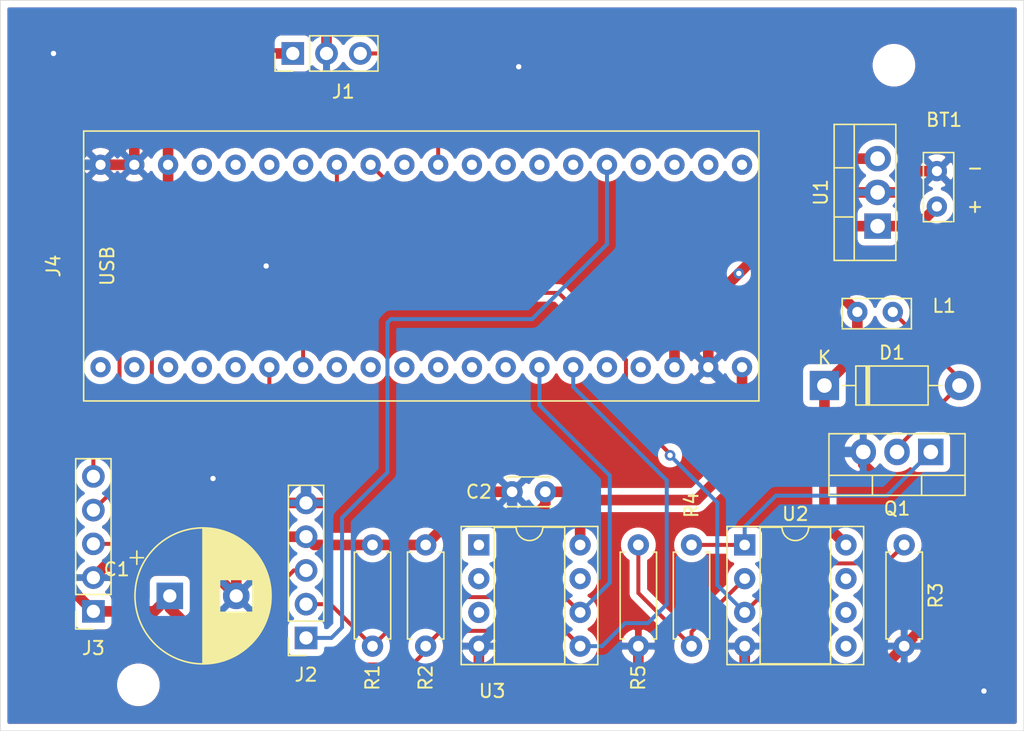
<source format=kicad_pcb>
(kicad_pcb (version 20171130) (host pcbnew "(5.1.9)-1")
  (layers (0 F.Cu signal) (31 B.Cu signal) (34 B.Paste user) (35 F.Paste user) (36 B.SilkS user) (37 F.SilkS user) (38 B.Mask user) (39 F.Mask user) (44 Edge.Cuts user))
  (net 0 "")
  (net 1 GND)
  (net 2 Vbat)
  (net 3 VCC_3.3V)
  (net 4 "Net-(D1-Pad2)")
  (net 5 PA5)
  (net 6 PA0)
  (net 7 PB6)
  (net 8 PB7)
  (net 9 PA9)
  (net 10 PA10)
  (net 11 "Net-(J4-Pad1)")
  (net 12 "Net-(J4-Pad2)")
  (net 13 "Net-(J4-Pad3)")
  (net 14 "Net-(J4-Pad4)")
  (net 15 "Net-(J4-Pad5)")
  (net 16 "Net-(J4-Pad8)")
  (net 17 "Net-(J4-Pad9)")
  (net 18 "Net-(J4-Pad10)")
  (net 19 "Net-(J4-Pad11)")
  (net 20 "Net-(J4-Pad12)")
  (net 21 "Net-(J4-Pad13)")
  (net 22 "Net-(J4-Pad16)")
  (net 23 "Net-(J4-Pad17)")
  (net 24 VCC_5V)
  (net 25 "Net-(J4-Pad21)")
  (net 26 "Net-(J4-Pad22)")
  (net 27 "Net-(J4-Pad23)")
  (net 28 "Net-(J4-Pad24)")
  (net 29 "Net-(J4-Pad26)")
  (net 30 "Net-(J4-Pad27)")
  (net 31 "Net-(J4-Pad28)")
  (net 32 "Net-(J4-Pad29)")
  (net 33 "Net-(J4-Pad31)")
  (net 34 PA7)
  (net 35 "Net-(J4-Pad34)")
  (net 36 "Net-(J4-Pad35)")
  (net 37 "Net-(J4-Pad36)")
  (net 38 "Net-(J4-Pad37)")
  (net 39 "Net-(Q1-Pad1)")
  (net 40 "Net-(R4-Pad2)")
  (net 41 "Net-(U3-Pad1)")
  (net 42 "Net-(U3-Pad2)")
  (net 43 "Net-(U3-Pad3)")
  (net 44 "Net-(U3-Pad7)")
  (net 45 PB0)
  (module MountingHole:MountingHole_2.2mm_M2 (layer F.Cu) (at 140.38834 91.53144)
    (fp_text reference " " (at 0 -3.2) (layer F.SilkS))
    (fp_text value MountingHole_2.2mm_M2)
    (pad 1 np_thru_hole circle (at 0 0) (size 2.2 2.2) (drill 2.2) (layers *.Cu *.Mask))
  )
  (module MountingHole:MountingHole_2.2mm_M2 (layer F.Cu) (at 197.22846 44.88688)
    (fp_text reference " " (at 0 -3.2) (layer F.SilkS))
    (fp_text value MountingHole_2.2mm_M2)
    (pad 1 np_thru_hole circle (at 0 0) (size 2.2 2.2) (drill 2.2) (layers *.Cu *.Mask))
  )
  (module Connector_PinSocket_2.54mm:PinSocket_1x05_P2.54mm_Vertical (layer F.Cu) (at 137 86 180)
    (fp_text reference J3 (at 0 -2.77) (layer F.SilkS))
    (fp_text value HC-12)
    (pad 5 thru_hole oval (at 0 10.16 180) (size 1.7 1.7) (drill 1) (layers *.Cu *.Mask) (net 45 PB0))
    (pad 4 thru_hole oval (at 0 7.62 180) (size 1.7 1.7) (drill 1) (layers *.Cu *.Mask) (net 10 PA10))
    (pad 3 thru_hole oval (at 0 5.08 180) (size 1.7 1.7) (drill 1) (layers *.Cu *.Mask) (net 9 PA9))
    (pad 2 thru_hole oval (at 0 2.54 180) (size 1.7 1.7) (drill 1) (layers *.Cu *.Mask) (net 1 GND))
    (pad 1 thru_hole rect (at 0 0 180) (size 1.7 1.7) (drill 1) (layers *.Cu *.Mask) (net 3 VCC_3.3V))
  )
  (module BATT:BATT (layer F.Cu) (at 203 54 180)
    (fp_text reference BT1 (at 2 5) (layer F.SilkS))
    (fp_text value Battery)
    (pad 2 thru_hole circle (at 2.54 1.143 180) (size 1.524 1.524) (drill 0.762) (layers *.Cu *.Mask) (net 1 GND))
    (pad 1 thru_hole circle (at 2.54 -1.524 180) (size 1.524 1.524) (drill 0.762) (layers *.Cu *.Mask) (net 2 Vbat))
  )
  (module Capacitor_THT:CP_Radial_D10.0mm_P5.00mm (layer F.Cu) (at 142.748 84.836)
    (fp_text reference C1 (at -4 -2) (layer F.SilkS))
    (fp_text value 100uF)
    (pad 1 thru_hole rect (at 0 0) (size 2 2) (drill 1) (layers *.Cu *.Mask) (net 3 VCC_3.3V))
    (pad 2 thru_hole circle (at 5 0) (size 2 2) (drill 1) (layers *.Cu *.Mask) (net 1 GND))
  )
  (module Capacitor_THT:C_Disc_D3.0mm_W2.0mm_P2.50mm (layer F.Cu) (at 171 77 180)
    (fp_text reference C2 (at 5 0) (layer F.SilkS))
    (fp_text value 100nF)
    (pad 1 thru_hole circle (at 0 0 180) (size 1.6 1.6) (drill 0.8) (layers *.Cu *.Mask) (net 3 VCC_3.3V))
    (pad 2 thru_hole circle (at 2.5 0 180) (size 1.6 1.6) (drill 0.8) (layers *.Cu *.Mask) (net 1 GND))
  )
  (module Diode_THT:D_DO-41_SOD81_P10.16mm_Horizontal (layer F.Cu) (at 192 69)
    (fp_text reference D1 (at 5.08 -2.47) (layer F.SilkS))
    (fp_text value 1N4001)
    (fp_text user K (at 0 -2.1) (layer F.SilkS))
    (pad 1 thru_hole rect (at 0 0) (size 2.2 2.2) (drill 1.1) (layers *.Cu *.Mask) (net 2 Vbat))
    (pad 2 thru_hole oval (at 10.16 0) (size 2.2 2.2) (drill 1.1) (layers *.Cu *.Mask) (net 4 "Net-(D1-Pad2)"))
  )
  (module Connector_PinHeader_2.54mm:PinHeader_1x03_P2.54mm_Vertical (layer F.Cu) (at 152 44 90)
    (fp_text reference J1 (at -2.8757 3.8036 180) (layer F.SilkS))
    (fp_text value MOISTURE-SENSOR)
    (pad 1 thru_hole rect (at 0 0 90) (size 1.7 1.7) (drill 1) (layers *.Cu *.Mask) (net 3 VCC_3.3V))
    (pad 2 thru_hole oval (at 0 2.54 90) (size 1.7 1.7) (drill 1) (layers *.Cu *.Mask) (net 1 GND))
    (pad 3 thru_hole oval (at 0 5.08 90) (size 1.7 1.7) (drill 1) (layers *.Cu *.Mask) (net 5 PA5))
  )
  (module Connector_PinSocket_2.54mm:PinSocket_1x05_P2.54mm_Vertical (layer F.Cu) (at 153 88 180)
    (fp_text reference J2 (at 0 -2.77) (layer F.SilkS))
    (fp_text value DS3231)
    (pad 1 thru_hole rect (at 0 0 180) (size 1.7 1.7) (drill 1) (layers *.Cu *.Mask) (net 6 PA0))
    (pad 2 thru_hole oval (at 0 2.54 180) (size 1.7 1.7) (drill 1) (layers *.Cu *.Mask) (net 7 PB6))
    (pad 3 thru_hole oval (at 0 5.08 180) (size 1.7 1.7) (drill 1) (layers *.Cu *.Mask) (net 8 PB7))
    (pad 4 thru_hole oval (at 0 7.62 180) (size 1.7 1.7) (drill 1) (layers *.Cu *.Mask) (net 3 VCC_3.3V))
    (pad 5 thru_hole oval (at 0 10.16 180) (size 1.7 1.7) (drill 1) (layers *.Cu *.Mask) (net 1 GND))
  )
  (module BLUEPILL:BLUEPILL (layer F.Cu) (at 135 60)
    (fp_text reference J4 (at -1 0 90) (layer F.SilkS))
    (fp_text value BLUEPILL)
    (fp_text user USB (at 3.048 0 90) (layer F.SilkS))
    (pad 1 thru_hole circle (at 2.54 7.62) (size 1.524 1.524) (drill 0.762) (layers *.Cu *.Mask) (net 11 "Net-(J4-Pad1)"))
    (pad 2 thru_hole circle (at 5.08 7.62) (size 1.524 1.524) (drill 0.762) (layers *.Cu *.Mask) (net 12 "Net-(J4-Pad2)"))
    (pad 3 thru_hole circle (at 7.62 7.62) (size 1.524 1.524) (drill 0.762) (layers *.Cu *.Mask) (net 13 "Net-(J4-Pad3)"))
    (pad 4 thru_hole circle (at 10.16 7.62) (size 1.524 1.524) (drill 0.762) (layers *.Cu *.Mask) (net 14 "Net-(J4-Pad4)"))
    (pad 5 thru_hole circle (at 12.7 7.62) (size 1.524 1.524) (drill 0.762) (layers *.Cu *.Mask) (net 15 "Net-(J4-Pad5)"))
    (pad 6 thru_hole circle (at 15.24 7.62) (size 1.524 1.524) (drill 0.762) (layers *.Cu *.Mask) (net 9 PA9))
    (pad 7 thru_hole circle (at 17.78 7.62) (size 1.524 1.524) (drill 0.762) (layers *.Cu *.Mask) (net 10 PA10))
    (pad 8 thru_hole circle (at 20.32 7.62) (size 1.524 1.524) (drill 0.762) (layers *.Cu *.Mask) (net 16 "Net-(J4-Pad8)"))
    (pad 9 thru_hole circle (at 22.86 7.62) (size 1.524 1.524) (drill 0.762) (layers *.Cu *.Mask) (net 17 "Net-(J4-Pad9)"))
    (pad 10 thru_hole circle (at 25.4 7.62) (size 1.524 1.524) (drill 0.762) (layers *.Cu *.Mask) (net 18 "Net-(J4-Pad10)"))
    (pad 11 thru_hole circle (at 27.94 7.62) (size 1.524 1.524) (drill 0.762) (layers *.Cu *.Mask) (net 19 "Net-(J4-Pad11)"))
    (pad 12 thru_hole circle (at 30.48 7.62) (size 1.524 1.524) (drill 0.762) (layers *.Cu *.Mask) (net 20 "Net-(J4-Pad12)"))
    (pad 13 thru_hole circle (at 33.02 7.62) (size 1.524 1.524) (drill 0.762) (layers *.Cu *.Mask) (net 21 "Net-(J4-Pad13)"))
    (pad 14 thru_hole circle (at 35.56 7.62) (size 1.524 1.524) (drill 0.762) (layers *.Cu *.Mask) (net 7 PB6))
    (pad 15 thru_hole circle (at 38.1 7.62) (size 1.524 1.524) (drill 0.762) (layers *.Cu *.Mask) (net 8 PB7))
    (pad 16 thru_hole circle (at 40.64 7.62) (size 1.524 1.524) (drill 0.762) (layers *.Cu *.Mask) (net 22 "Net-(J4-Pad16)"))
    (pad 17 thru_hole circle (at 43.18 7.62) (size 1.524 1.524) (drill 0.762) (layers *.Cu *.Mask) (net 23 "Net-(J4-Pad17)"))
    (pad 18 thru_hole circle (at 45.72 7.62) (size 1.524 1.524) (drill 0.762) (layers *.Cu *.Mask) (net 24 VCC_5V))
    (pad 19 thru_hole circle (at 48.26 7.62) (size 1.524 1.524) (drill 0.762) (layers *.Cu *.Mask) (net 1 GND))
    (pad 20 thru_hole circle (at 50.8 7.62) (size 1.524 1.524) (drill 0.762) (layers *.Cu *.Mask) (net 3 VCC_3.3V))
    (pad 21 thru_hole circle (at 50.8 -7.62) (size 1.524 1.524) (drill 0.762) (layers *.Cu *.Mask) (net 25 "Net-(J4-Pad21)"))
    (pad 22 thru_hole circle (at 48.26 -7.62) (size 1.524 1.524) (drill 0.762) (layers *.Cu *.Mask) (net 26 "Net-(J4-Pad22)"))
    (pad 23 thru_hole circle (at 45.72 -7.62) (size 1.524 1.524) (drill 0.762) (layers *.Cu *.Mask) (net 27 "Net-(J4-Pad23)"))
    (pad 24 thru_hole circle (at 43.18 -7.62) (size 1.524 1.524) (drill 0.762) (layers *.Cu *.Mask) (net 28 "Net-(J4-Pad24)"))
    (pad 25 thru_hole circle (at 40.64 -7.62) (size 1.524 1.524) (drill 0.762) (layers *.Cu *.Mask) (net 6 PA0))
    (pad 26 thru_hole circle (at 38.1 -7.62) (size 1.524 1.524) (drill 0.762) (layers *.Cu *.Mask) (net 29 "Net-(J4-Pad26)"))
    (pad 27 thru_hole circle (at 35.56 -7.62) (size 1.524 1.524) (drill 0.762) (layers *.Cu *.Mask) (net 30 "Net-(J4-Pad27)"))
    (pad 28 thru_hole circle (at 33.02 -7.62) (size 1.524 1.524) (drill 0.762) (layers *.Cu *.Mask) (net 31 "Net-(J4-Pad28)"))
    (pad 29 thru_hole circle (at 30.48 -7.62) (size 1.524 1.524) (drill 0.762) (layers *.Cu *.Mask) (net 32 "Net-(J4-Pad29)"))
    (pad 30 thru_hole circle (at 27.94 -7.62) (size 1.524 1.524) (drill 0.762) (layers *.Cu *.Mask) (net 5 PA5))
    (pad 31 thru_hole circle (at 25.4 -7.62) (size 1.524 1.524) (drill 0.762) (layers *.Cu *.Mask) (net 33 "Net-(J4-Pad31)"))
    (pad 32 thru_hole circle (at 22.86 -7.62) (size 1.524 1.524) (drill 0.762) (layers *.Cu *.Mask) (net 34 PA7))
    (pad 33 thru_hole circle (at 20.32 -7.62) (size 1.524 1.524) (drill 0.762) (layers *.Cu *.Mask) (net 45 PB0))
    (pad 34 thru_hole circle (at 17.78 -7.62) (size 1.524 1.524) (drill 0.762) (layers *.Cu *.Mask) (net 35 "Net-(J4-Pad34)"))
    (pad 35 thru_hole circle (at 15.24 -7.62) (size 1.524 1.524) (drill 0.762) (layers *.Cu *.Mask) (net 36 "Net-(J4-Pad35)"))
    (pad 36 thru_hole circle (at 12.7 -7.62) (size 1.524 1.524) (drill 0.762) (layers *.Cu *.Mask) (net 37 "Net-(J4-Pad36)"))
    (pad 37 thru_hole circle (at 10.16 -7.62) (size 1.524 1.524) (drill 0.762) (layers *.Cu *.Mask) (net 38 "Net-(J4-Pad37)"))
    (pad 38 thru_hole circle (at 7.62 -7.62) (size 1.524 1.524) (drill 0.762) (layers *.Cu *.Mask) (net 3 VCC_3.3V))
    (pad 39 thru_hole circle (at 5.08 -7.62) (size 1.524 1.524) (drill 0.762) (layers *.Cu *.Mask) (net 1 GND))
    (pad 40 thru_hole circle (at 2.54 -7.62) (size 1.524 1.524) (drill 0.762) (layers *.Cu *.Mask) (net 1 GND))
  )
  (module BATT:BATT (layer F.Cu) (at 196 66 90)
    (fp_text reference L1 (at 3 5 180) (layer F.SilkS))
    (fp_text value SOLENOID)
    (pad 1 thru_hole circle (at 2.54 -1.524 90) (size 1.524 1.524) (drill 0.762) (layers *.Cu *.Mask) (net 2 Vbat))
    (pad 2 thru_hole circle (at 2.54 1.143 90) (size 1.524 1.524) (drill 0.762) (layers *.Cu *.Mask) (net 4 "Net-(D1-Pad2)"))
  )
  (module Package_TO_SOT_THT:TO-220-3_Vertical (layer F.Cu) (at 200 74 180)
    (fp_text reference Q1 (at 2.54 -4.27) (layer F.SilkS))
    (fp_text value IRLZ44N)
    (pad 1 thru_hole rect (at 0 0 180) (size 1.905 2) (drill 1.1) (layers *.Cu *.Mask) (net 39 "Net-(Q1-Pad1)"))
    (pad 2 thru_hole oval (at 2.54 0 180) (size 1.905 2) (drill 1.1) (layers *.Cu *.Mask) (net 4 "Net-(D1-Pad2)"))
    (pad 3 thru_hole oval (at 5.08 0 180) (size 1.905 2) (drill 1.1) (layers *.Cu *.Mask) (net 1 GND))
  )
  (module Resistor_THT:R_Axial_DIN0207_L6.3mm_D2.5mm_P7.62mm_Horizontal (layer F.Cu) (at 158 81 270)
    (fp_text reference R1 (at 10 0 90) (layer F.SilkS))
    (fp_text value 10K)
    (pad 1 thru_hole circle (at 0 0 270) (size 1.6 1.6) (drill 0.8) (layers *.Cu *.Mask) (net 3 VCC_3.3V))
    (pad 2 thru_hole oval (at 7.62 0 270) (size 1.6 1.6) (drill 0.8) (layers *.Cu *.Mask) (net 7 PB6))
  )
  (module Resistor_THT:R_Axial_DIN0207_L6.3mm_D2.5mm_P7.62mm_Horizontal (layer F.Cu) (at 162 81 270)
    (fp_text reference R2 (at 10 0 90) (layer F.SilkS))
    (fp_text value 10K)
    (pad 2 thru_hole oval (at 7.62 0 270) (size 1.6 1.6) (drill 0.8) (layers *.Cu *.Mask) (net 8 PB7))
    (pad 1 thru_hole circle (at 0 0 270) (size 1.6 1.6) (drill 0.8) (layers *.Cu *.Mask) (net 3 VCC_3.3V))
  )
  (module Resistor_THT:R_Axial_DIN0207_L6.3mm_D2.5mm_P7.62mm_Horizontal (layer F.Cu) (at 198 81 270)
    (fp_text reference R3 (at 3.81 -2.37 90) (layer F.SilkS))
    (fp_text value 10K)
    (pad 1 thru_hole circle (at 0 0 270) (size 1.6 1.6) (drill 0.8) (layers *.Cu *.Mask) (net 34 PA7))
    (pad 2 thru_hole oval (at 7.62 0 270) (size 1.6 1.6) (drill 0.8) (layers *.Cu *.Mask) (net 1 GND))
  )
  (module Resistor_THT:R_Axial_DIN0207_L6.3mm_D2.5mm_P7.62mm_Horizontal (layer F.Cu) (at 182 81 270)
    (fp_text reference R4 (at -3 0 90) (layer F.SilkS))
    (fp_text value 10K)
    (pad 1 thru_hole circle (at 0 0 270) (size 1.6 1.6) (drill 0.8) (layers *.Cu *.Mask) (net 39 "Net-(Q1-Pad1)"))
    (pad 2 thru_hole oval (at 7.62 0 270) (size 1.6 1.6) (drill 0.8) (layers *.Cu *.Mask) (net 40 "Net-(R4-Pad2)"))
  )
  (module Resistor_THT:R_Axial_DIN0207_L6.3mm_D2.5mm_P7.62mm_Horizontal (layer F.Cu) (at 178 81 270)
    (fp_text reference R5 (at 10 0 90) (layer F.SilkS))
    (fp_text value 20K)
    (pad 2 thru_hole oval (at 7.62 0 270) (size 1.6 1.6) (drill 0.8) (layers *.Cu *.Mask) (net 1 GND))
    (pad 1 thru_hole circle (at 0 0 270) (size 1.6 1.6) (drill 0.8) (layers *.Cu *.Mask) (net 40 "Net-(R4-Pad2)"))
  )
  (module Package_TO_SOT_THT:TO-220-3_Vertical (layer F.Cu) (at 196 57 90)
    (fp_text reference U1 (at 2.54 -4.27 90) (layer F.SilkS))
    (fp_text value L7805)
    (pad 3 thru_hole oval (at 5.08 0 90) (size 1.905 2) (drill 1.1) (layers *.Cu *.Mask) (net 24 VCC_5V))
    (pad 2 thru_hole oval (at 2.54 0 90) (size 1.905 2) (drill 1.1) (layers *.Cu *.Mask) (net 1 GND))
    (pad 1 thru_hole rect (at 0 0 90) (size 1.905 2) (drill 1.1) (layers *.Cu *.Mask) (net 2 Vbat))
  )
  (module Package_DIP:DIP-8_W7.62mm_Socket (layer F.Cu) (at 186 81)
    (fp_text reference U2 (at 3.81 -2.33) (layer F.SilkS))
    (fp_text value LM358)
    (pad 8 thru_hole oval (at 7.62 0) (size 1.6 1.6) (drill 0.8) (layers *.Cu *.Mask) (net 2 Vbat))
    (pad 4 thru_hole oval (at 0 7.62) (size 1.6 1.6) (drill 0.8) (layers *.Cu *.Mask) (net 1 GND))
    (pad 7 thru_hole oval (at 7.62 2.54) (size 1.6 1.6) (drill 0.8) (layers *.Cu *.Mask))
    (pad 3 thru_hole oval (at 0 5.08) (size 1.6 1.6) (drill 0.8) (layers *.Cu *.Mask) (net 34 PA7))
    (pad 6 thru_hole oval (at 7.62 5.08) (size 1.6 1.6) (drill 0.8) (layers *.Cu *.Mask))
    (pad 2 thru_hole oval (at 0 2.54) (size 1.6 1.6) (drill 0.8) (layers *.Cu *.Mask) (net 40 "Net-(R4-Pad2)"))
    (pad 5 thru_hole oval (at 7.62 7.62) (size 1.6 1.6) (drill 0.8) (layers *.Cu *.Mask))
    (pad 1 thru_hole rect (at 0 0) (size 1.6 1.6) (drill 0.8) (layers *.Cu *.Mask) (net 39 "Net-(Q1-Pad1)"))
  )
  (module Package_DIP:DIP-8_W7.62mm_Socket (layer F.Cu) (at 166 81)
    (fp_text reference U3 (at 1 11) (layer F.SilkS))
    (fp_text value EEPROM)
    (pad 1 thru_hole rect (at 0 0) (size 1.6 1.6) (drill 0.8) (layers *.Cu *.Mask) (net 41 "Net-(U3-Pad1)"))
    (pad 5 thru_hole oval (at 7.62 7.62) (size 1.6 1.6) (drill 0.8) (layers *.Cu *.Mask) (net 8 PB7))
    (pad 2 thru_hole oval (at 0 2.54) (size 1.6 1.6) (drill 0.8) (layers *.Cu *.Mask) (net 42 "Net-(U3-Pad2)"))
    (pad 6 thru_hole oval (at 7.62 5.08) (size 1.6 1.6) (drill 0.8) (layers *.Cu *.Mask) (net 7 PB6))
    (pad 3 thru_hole oval (at 0 5.08) (size 1.6 1.6) (drill 0.8) (layers *.Cu *.Mask) (net 43 "Net-(U3-Pad3)"))
    (pad 7 thru_hole oval (at 7.62 2.54) (size 1.6 1.6) (drill 0.8) (layers *.Cu *.Mask) (net 44 "Net-(U3-Pad7)"))
    (pad 4 thru_hole oval (at 0 7.62) (size 1.6 1.6) (drill 0.8) (layers *.Cu *.Mask) (net 1 GND))
    (pad 8 thru_hole oval (at 7.62 0) (size 1.6 1.6) (drill 0.8) (layers *.Cu *.Mask) (net 3 VCC_3.3V))
  )
  (gr_text + (at 203.33208 55.4863) (layer F.SilkS) (effects (font (size 1 1))))
  (gr_text - (at 203.33208 52.59324) (layer F.SilkS) (effects (font (size 1 1))))
  (gr_line (start 130 95) (end 130 40) (layer Edge.Cuts) (width 0.05))
  (gr_line (start 207 95) (end 130 95) (layer Edge.Cuts) (width 0.05))
  (gr_line (start 207 40) (end 207 95) (layer Edge.Cuts) (width 0.05))
  (gr_line (start 200 40) (end 207 40) (layer Edge.Cuts) (width 0.05))
  (gr_line (start 130 40) (end 200 40) (layer Edge.Cuts) (width 0.05))
  (segment (start 196 54.46) (end 197.54 54.46) (width 0.8) (layer F.Cu) (net 1))
  (segment (start 199.143 52.857) (end 200.46 52.857) (width 0.8) (layer F.Cu) (net 1))
  (segment (start 197.54 54.46) (end 199.143 52.857) (width 0.8) (layer F.Cu) (net 1))
  (segment (start 183.26 65.4) (end 183.26 67.62) (width 0.8) (layer F.Cu) (net 1))
  (segment (start 194.2 54.46) (end 183.26 65.4) (width 0.8) (layer F.Cu) (net 1))
  (segment (start 196 54.46) (end 194.2 54.46) (width 0.8) (layer F.Cu) (net 1))
  (segment (start 194.92 74) (end 195 74) (width 0.8) (layer F.Cu) (net 1))
  (segment (start 194.92 74) (end 194.92 74.92) (width 0.8) (layer F.Cu) (net 1))
  (segment (start 194.92 74.92) (end 200 80) (width 0.8) (layer F.Cu) (net 1))
  (segment (start 200 86.62) (end 198 88.62) (width 0.8) (layer F.Cu) (net 1))
  (segment (start 200 80) (end 200 86.62) (width 0.8) (layer F.Cu) (net 1))
  (segment (start 186 88.62) (end 186 91) (width 0.8) (layer F.Cu) (net 1))
  (segment (start 186 91) (end 187 92) (width 0.8) (layer F.Cu) (net 1))
  (segment (start 194.62 92) (end 198 88.62) (width 0.8) (layer F.Cu) (net 1))
  (segment (start 187 92) (end 194.62 92) (width 0.8) (layer F.Cu) (net 1))
  (segment (start 178 88.62) (end 178 90) (width 0.8) (layer F.Cu) (net 1))
  (segment (start 178.020001 90.020001) (end 178.020001 91.020001) (width 0.8) (layer F.Cu) (net 1))
  (segment (start 178 90) (end 178.020001 90.020001) (width 0.8) (layer F.Cu) (net 1))
  (segment (start 179 92) (end 187 92) (width 0.8) (layer F.Cu) (net 1))
  (segment (start 178.020001 91.020001) (end 179 92) (width 0.8) (layer F.Cu) (net 1))
  (segment (start 166 88.62) (end 166 91) (width 0.8) (layer F.Cu) (net 1))
  (segment (start 167 92) (end 179 92) (width 0.8) (layer F.Cu) (net 1))
  (segment (start 166 91) (end 167 92) (width 0.8) (layer F.Cu) (net 1))
  (segment (start 154.54 44) (end 154.54 42.54) (width 0.8) (layer F.Cu) (net 1))
  (segment (start 154.54 42.54) (end 153 41) (width 0.8) (layer F.Cu) (net 1))
  (segment (start 153 41) (end 143 41) (width 0.8) (layer F.Cu) (net 1))
  (segment (start 140.08 43.92) (end 140.08 52.38) (width 0.8) (layer F.Cu) (net 1))
  (segment (start 143 41) (end 140.08 43.92) (width 0.8) (layer F.Cu) (net 1))
  (segment (start 137.54 52.38) (end 140.08 52.38) (width 0.8) (layer F.Cu) (net 1))
  (segment (start 145.522001 82.610001) (end 147.748 84.836) (width 0.8) (layer F.Cu) (net 1))
  (segment (start 137.849999 82.610001) (end 145.522001 82.610001) (width 0.8) (layer F.Cu) (net 1))
  (segment (start 137 83.46) (end 137.849999 82.610001) (width 0.8) (layer F.Cu) (net 1))
  (segment (start 153 77.84) (end 150.16 77.84) (width 0.8) (layer F.Cu) (net 1))
  (segment (start 147.748 80.252) (end 147.748 84.836) (width 0.8) (layer F.Cu) (net 1))
  (segment (start 150.16 77.84) (end 147.748 80.252) (width 0.8) (layer F.Cu) (net 1))
  (segment (start 153 77.84) (end 160.16 77.84) (width 0.8) (layer F.Cu) (net 1))
  (segment (start 161 77) (end 168.5 77) (width 0.8) (layer F.Cu) (net 1))
  (segment (start 160.16 77.84) (end 161 77) (width 0.8) (layer F.Cu) (net 1))
  (segment (start 168.5 86.12) (end 168.5 77) (width 0.8) (layer B.Cu) (net 1))
  (segment (start 166 88.62) (end 168.5 86.12) (width 0.8) (layer B.Cu) (net 1))
  (segment (start 189.64 74) (end 194.92 74) (width 0.8) (layer B.Cu) (net 1))
  (segment (start 183.26 67.62) (end 189.64 74) (width 0.8) (layer B.Cu) (net 1))
  (segment (start 134.47268 73.96988) (end 151.7269 73.96988) (width 0.8) (layer B.Cu) (net 1))
  (segment (start 151.7269 73.96988) (end 153 75.24298) (width 0.8) (layer B.Cu) (net 1))
  (segment (start 131.61518 71.11238) (end 134.47268 73.96988) (width 0.8) (layer B.Cu) (net 1))
  (segment (start 131.61518 55.27294) (end 131.61518 71.11238) (width 0.8) (layer B.Cu) (net 1))
  (segment (start 134.50812 52.38) (end 131.61518 55.27294) (width 0.8) (layer B.Cu) (net 1))
  (segment (start 153 75.24298) (end 153 77.84) (width 0.8) (layer B.Cu) (net 1))
  (segment (start 137.54 52.38) (end 134.50812 52.38) (width 0.8) (layer B.Cu) (net 1))
  (via (at 134 44) (size 0.8) (drill 0.4) (layers F.Cu B.Cu) (net 1))
  (via (at 204 92) (size 0.8) (drill 0.4) (layers F.Cu B.Cu) (net 1))
  (via (at 150 60) (size 0.8) (drill 0.4) (layers F.Cu B.Cu) (net 1))
  (via (at 169 45) (size 0.8) (drill 0.4) (layers F.Cu B.Cu) (net 1))
  (via (at 146 76) (size 0.8) (drill 0.4) (layers F.Cu B.Cu) (net 1))
  (segment (start 198.984 57) (end 200.46 55.524) (width 0.8) (layer F.Cu) (net 2))
  (segment (start 196 57) (end 198.984 57) (width 0.8) (layer F.Cu) (net 2))
  (segment (start 196 57) (end 194 57) (width 0.8) (layer F.Cu) (net 2))
  (segment (start 193 61.984) (end 194.476 63.46) (width 0.8) (layer F.Cu) (net 2))
  (segment (start 193 58) (end 193 61.984) (width 0.8) (layer F.Cu) (net 2))
  (segment (start 194 57) (end 193 58) (width 0.8) (layer F.Cu) (net 2))
  (segment (start 194.476 66.524) (end 192 69) (width 0.8) (layer F.Cu) (net 2))
  (segment (start 194.476 63.46) (end 194.476 66.524) (width 0.8) (layer F.Cu) (net 2))
  (segment (start 192 79.38) (end 193.62 81) (width 0.8) (layer F.Cu) (net 2))
  (segment (start 192 69) (end 192 79.38) (width 0.8) (layer F.Cu) (net 2))
  (segment (start 158 81) (end 162 81) (width 0.8) (layer F.Cu) (net 3))
  (segment (start 153.62 81) (end 153 80.38) (width 0.8) (layer F.Cu) (net 3))
  (segment (start 152 44) (end 145 44) (width 0.8) (layer F.Cu) (net 3))
  (segment (start 142.62 46.38) (end 142.62 52.38) (width 0.8) (layer F.Cu) (net 3))
  (segment (start 145 44) (end 142.62 46.38) (width 0.8) (layer F.Cu) (net 3))
  (segment (start 142.62 52.38) (end 142.62 56.38) (width 0.8) (layer F.Cu) (net 3))
  (segment (start 142.62 56.38) (end 136.5 62.5) (width 0.8) (layer F.Cu) (net 3))
  (segment (start 134 83) (end 137 86) (width 0.8) (layer F.Cu) (net 3))
  (segment (start 134 65) (end 134 83) (width 0.8) (layer F.Cu) (net 3))
  (segment (start 158 81) (end 153.62 81) (width 0.8) (layer F.Cu) (net 3))
  (segment (start 142.748 85.748) (end 142.748 84.836) (width 0.8) (layer F.Cu) (net 3))
  (segment (start 144 87) (end 142.748 85.748) (width 0.8) (layer F.Cu) (net 3))
  (segment (start 149 87) (end 144 87) (width 0.8) (layer F.Cu) (net 3))
  (segment (start 150 86) (end 149 87) (width 0.8) (layer F.Cu) (net 3))
  (segment (start 150 81) (end 150 86) (width 0.8) (layer F.Cu) (net 3))
  (segment (start 150.62 80.38) (end 150 81) (width 0.8) (layer F.Cu) (net 3))
  (segment (start 153 80.38) (end 150.62 80.38) (width 0.8) (layer F.Cu) (net 3))
  (segment (start 171 77) (end 173 77) (width 0.8) (layer F.Cu) (net 3))
  (segment (start 173.62 77.62) (end 173.62 81) (width 0.8) (layer F.Cu) (net 3))
  (segment (start 173 77) (end 173.62 77.62) (width 0.8) (layer F.Cu) (net 3))
  (segment (start 162 81) (end 164 79) (width 0.8) (layer F.Cu) (net 3))
  (segment (start 164 79) (end 170 79) (width 0.8) (layer F.Cu) (net 3))
  (segment (start 171 78) (end 171 77) (width 0.8) (layer F.Cu) (net 3))
  (segment (start 170 79) (end 171 78) (width 0.8) (layer F.Cu) (net 3))
  (segment (start 185.8 67.62) (end 185.8 74.2) (width 0.8) (layer F.Cu) (net 3))
  (segment (start 182.38 77.62) (end 173.62 77.62) (width 0.8) (layer F.Cu) (net 3))
  (segment (start 185.8 74.2) (end 182.38 77.62) (width 0.8) (layer F.Cu) (net 3))
  (segment (start 141.584 86) (end 142.748 84.836) (width 0.8) (layer F.Cu) (net 3))
  (segment (start 137 86) (end 141.584 86) (width 0.8) (layer F.Cu) (net 3))
  (segment (start 136.5 62.5) (end 134 65) (width 0.8) (layer F.Cu) (net 3))
  (segment (start 202.16 68.477) (end 202.16 69) (width 0.3) (layer F.Cu) (net 4))
  (segment (start 197.143 63.46) (end 202.16 68.477) (width 0.3) (layer F.Cu) (net 4))
  (segment (start 197.46 73.7) (end 197.46 74) (width 0.3) (layer F.Cu) (net 4))
  (segment (start 202.16 69) (end 197.46 73.7) (width 0.3) (layer F.Cu) (net 4))
  (segment (start 157.08 44) (end 160 44) (width 0.3) (layer F.Cu) (net 5))
  (segment (start 162.94 46.94) (end 162.94 52.38) (width 0.3) (layer F.Cu) (net 5))
  (segment (start 160 44) (end 162.94 46.94) (width 0.3) (layer F.Cu) (net 5))
  (segment (start 154.91036 88) (end 153 88) (width 0.3) (layer B.Cu) (net 6))
  (segment (start 159.12338 75.5396) (end 155.70962 78.95336) (width 0.3) (layer B.Cu) (net 6))
  (segment (start 159.12338 64.25946) (end 159.12338 75.5396) (width 0.3) (layer B.Cu) (net 6))
  (segment (start 155.70962 87.20074) (end 154.91036 88) (width 0.3) (layer B.Cu) (net 6))
  (segment (start 159.38284 64) (end 159.12338 64.25946) (width 0.3) (layer B.Cu) (net 6))
  (segment (start 170 64) (end 159.38284 64) (width 0.3) (layer B.Cu) (net 6))
  (segment (start 175.64 58.36) (end 170 64) (width 0.3) (layer B.Cu) (net 6))
  (segment (start 155.70962 78.95336) (end 155.70962 87.20074) (width 0.3) (layer B.Cu) (net 6))
  (segment (start 175.64 52.38) (end 175.64 58.36) (width 0.3) (layer B.Cu) (net 6))
  (segment (start 172.469999 84.929999) (end 173.62 86.08) (width 0.3) (layer F.Cu) (net 7))
  (segment (start 161.690001 84.929999) (end 172.469999 84.929999) (width 0.3) (layer F.Cu) (net 7))
  (segment (start 158 88.62) (end 161.690001 84.929999) (width 0.3) (layer F.Cu) (net 7))
  (segment (start 154.84 85.46) (end 158 88.62) (width 0.3) (layer F.Cu) (net 7))
  (segment (start 153 85.46) (end 154.84 85.46) (width 0.3) (layer F.Cu) (net 7))
  (segment (start 170.56 67.62) (end 170.56 70.48146) (width 0.3) (layer B.Cu) (net 7))
  (segment (start 170.56 70.48146) (end 175.84928 75.77074) (width 0.3) (layer B.Cu) (net 7))
  (segment (start 175.84928 83.85072) (end 173.62 86.08) (width 0.3) (layer B.Cu) (net 7))
  (segment (start 175.84928 75.77074) (end 175.84928 83.85072) (width 0.3) (layer B.Cu) (net 7))
  (segment (start 172.469999 87.469999) (end 173.62 88.62) (width 0.3) (layer F.Cu) (net 8))
  (segment (start 163.150001 87.469999) (end 172.469999 87.469999) (width 0.3) (layer F.Cu) (net 8))
  (segment (start 162 88.62) (end 163.150001 87.469999) (width 0.3) (layer F.Cu) (net 8))
  (segment (start 153 82.92) (end 152.08 82.92) (width 0.3) (layer F.Cu) (net 8))
  (segment (start 150.75001 84.24999) (end 150.75001 89.75001) (width 0.3) (layer F.Cu) (net 8))
  (segment (start 152.08 82.92) (end 150.75001 84.24999) (width 0.3) (layer F.Cu) (net 8))
  (segment (start 150.75001 89.75001) (end 151 90) (width 0.3) (layer F.Cu) (net 8))
  (segment (start 151 90) (end 161 90) (width 0.3) (layer F.Cu) (net 8))
  (segment (start 161 90) (end 162 89) (width 0.3) (layer F.Cu) (net 8))
  (segment (start 162 89) (end 162 88.62) (width 0.3) (layer F.Cu) (net 8))
  (segment (start 173.1 67.62) (end 173.1 69.09716) (width 0.3) (layer B.Cu) (net 8))
  (segment (start 173.1 69.09716) (end 180.1368 76.13396) (width 0.3) (layer B.Cu) (net 8))
  (segment (start 180.1368 76.13396) (end 180.1368 85.471) (width 0.3) (layer B.Cu) (net 8))
  (segment (start 180.1368 85.471) (end 178.71948 86.88832) (width 0.3) (layer B.Cu) (net 8))
  (segment (start 178.71948 86.88832) (end 177.00498 86.88832) (width 0.3) (layer B.Cu) (net 8))
  (segment (start 175.2733 88.62) (end 173.62 88.62) (width 0.3) (layer B.Cu) (net 8))
  (segment (start 177.00498 86.88832) (end 175.2733 88.62) (width 0.3) (layer B.Cu) (net 8))
  (segment (start 150.24 67.62) (end 150.24 74.76) (width 0.3) (layer F.Cu) (net 9))
  (segment (start 144.08 80.92) (end 137 80.92) (width 0.3) (layer F.Cu) (net 9))
  (segment (start 150.24 74.76) (end 144.08 80.92) (width 0.3) (layer F.Cu) (net 9))
  (segment (start 152.4 65.2) (end 152.78 65.58) (width 0.3) (layer F.Cu) (net 10))
  (segment (start 142.6 65.2) (end 152.4 65.2) (width 0.3) (layer F.Cu) (net 10))
  (segment (start 152.78 65.58) (end 152.78 67.62) (width 0.3) (layer F.Cu) (net 10))
  (segment (start 141.4 66.4) (end 142.6 65.2) (width 0.3) (layer F.Cu) (net 10))
  (segment (start 141.4 73.98) (end 141.4 66.4) (width 0.3) (layer F.Cu) (net 10))
  (segment (start 137 78.38) (end 141.4 73.98) (width 0.3) (layer F.Cu) (net 10))
  (segment (start 180.72 65.4) (end 180.72 67.62) (width 0.8) (layer F.Cu) (net 24))
  (segment (start 194.2 51.92) (end 185.56 60.56) (width 0.8) (layer F.Cu) (net 24))
  (segment (start 196 51.92) (end 194.2 51.92) (width 0.8) (layer F.Cu) (net 24))
  (segment (start 185.56 60.56) (end 180.72 65.4) (width 0.8) (layer F.Cu) (net 24))
  (via (at 185.56 60.56) (size 0.8) (drill 0.4) (layers F.Cu B.Cu) (net 24))
  (segment (start 196.610001 82.389999) (end 198 81) (width 0.3) (layer F.Cu) (net 34))
  (segment (start 189.690001 82.389999) (end 196.610001 82.389999) (width 0.3) (layer F.Cu) (net 34))
  (segment (start 186 86.08) (end 189.690001 82.389999) (width 0.3) (layer F.Cu) (net 34))
  (segment (start 157.86 52.38) (end 167.50426 62.02426) (width 0.3) (layer F.Cu) (net 34))
  (segment (start 177.067999 67.086239) (end 177.067999 70.835039) (width 0.3) (layer F.Cu) (net 34))
  (segment (start 172.00602 62.02426) (end 177.067999 67.086239) (width 0.3) (layer F.Cu) (net 34))
  (segment (start 167.50426 62.02426) (end 172.00602 62.02426) (width 0.3) (layer F.Cu) (net 34))
  (via (at 180.38572 74.25436) (size 0.8) (drill 0.4) (layers F.Cu B.Cu) (net 34))
  (segment (start 180.38572 74.15276) (end 180.38572 74.25436) (width 0.3) (layer F.Cu) (net 34))
  (segment (start 177.067999 70.835039) (end 180.38572 74.15276) (width 0.3) (layer F.Cu) (net 34))
  (segment (start 180.38572 74.25436) (end 183.93664 77.80528) (width 0.3) (layer B.Cu) (net 34))
  (segment (start 183.93664 84.01664) (end 186 86.08) (width 0.3) (layer B.Cu) (net 34))
  (segment (start 183.93664 77.80528) (end 183.93664 84.01664) (width 0.3) (layer B.Cu) (net 34))
  (segment (start 182 81) (end 186 81) (width 0.3) (layer F.Cu) (net 39))
  (segment (start 186 81) (end 186 79.64082) (width 0.3) (layer B.Cu) (net 39))
  (segment (start 186 79.64082) (end 188.35116 77.28966) (width 0.3) (layer B.Cu) (net 39))
  (segment (start 196.71034 77.28966) (end 200 74) (width 0.3) (layer B.Cu) (net 39))
  (segment (start 188.35116 77.28966) (end 196.71034 77.28966) (width 0.3) (layer B.Cu) (net 39))
  (segment (start 182 87.54) (end 186 83.54) (width 0.3) (layer F.Cu) (net 40))
  (segment (start 182 88.62) (end 182 87.54) (width 0.3) (layer F.Cu) (net 40))
  (segment (start 178 84.62) (end 182 88.62) (width 0.3) (layer F.Cu) (net 40))
  (segment (start 178 81) (end 178 84.62) (width 0.3) (layer F.Cu) (net 40))
  (segment (start 137 75.84) (end 137 70.52816) (width 0.3) (layer F.Cu) (net 45))
  (segment (start 138.967999 68.560161) (end 138.967999 64.247241) (width 0.3) (layer F.Cu) (net 45))
  (segment (start 137 70.52816) (end 138.967999 68.560161) (width 0.3) (layer F.Cu) (net 45))
  (segment (start 138.967999 64.247241) (end 146.29892 56.91632) (width 0.3) (layer F.Cu) (net 45))
  (segment (start 146.29892 56.91632) (end 152.84196 56.91632) (width 0.3) (layer F.Cu) (net 45))
  (segment (start 155.32 54.43828) (end 155.32 52.38) (width 0.3) (layer F.Cu) (net 45))
  (segment (start 152.84196 56.91632) (end 155.32 54.43828) (width 0.3) (layer F.Cu) (net 45))
  (zone (net 1) (net_name GND) (layer F.Cu) (connect_pads (clearance 0.508)) (min_thickness 0.254) (fill yes (arc_segments 32) (thermal_gap 0.508) (thermal_bridge_width 0.508))
    (polygon (pts (xy 207 95) (xy 130 95) (xy 130 40) (xy 207 40)))
  )
  (zone (net 1) (net_name GND) (layer B.Cu) (connect_pads (clearance 0.508)) (min_thickness 0.254) (fill yes (arc_segments 32) (thermal_gap 0.508) (thermal_bridge_width 0.508))
    (polygon (pts (xy 207 95) (xy 130 95) (xy 130 40) (xy 207 40)))
  )
)
</source>
